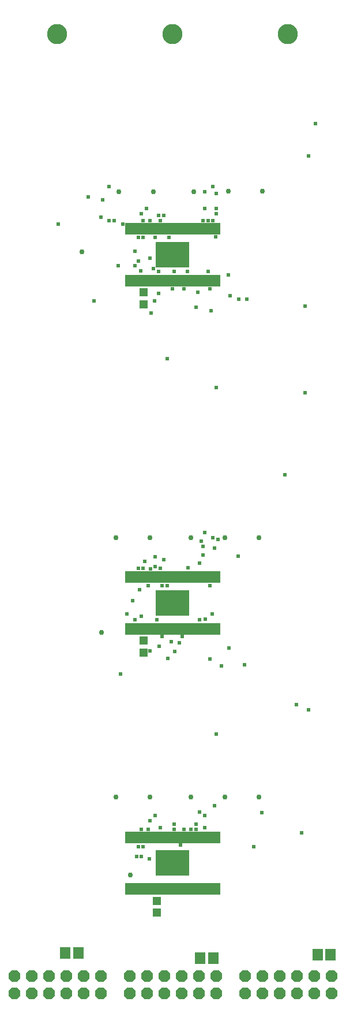
<source format=gbr>
G04 EAGLE Gerber RS-274X export*
G75*
%MOMM*%
%FSLAX34Y34*%
%LPD*%
%INSoldermask Bottom*%
%IPPOS*%
%AMOC8*
5,1,8,0,0,1.08239X$1,22.5*%
G01*
%ADD10C,2.954019*%
%ADD11R,0.503200X1.678200*%
%ADD12R,4.903200X3.813200*%
%ADD13P,1.869504X8X22.500000*%
%ADD14R,1.203200X1.303200*%
%ADD15R,1.503200X1.703200*%
%ADD16C,0.603200*%
%ADD17C,1.353200*%
%ADD18C,0.753200*%


D10*
X83820Y-31750D03*
X253153Y-31750D03*
X422487Y-31750D03*
D11*
X185653Y-317120D03*
X190653Y-317120D03*
X195653Y-317120D03*
X200653Y-317120D03*
X205653Y-317120D03*
X210653Y-317120D03*
X215653Y-317120D03*
X220653Y-317120D03*
X225653Y-317120D03*
X230653Y-317120D03*
X235653Y-317120D03*
X240653Y-317120D03*
X245653Y-317120D03*
X250653Y-317120D03*
X255653Y-317120D03*
X260653Y-317120D03*
X265653Y-317120D03*
X270653Y-317120D03*
X275653Y-317120D03*
X280653Y-317120D03*
X285653Y-317120D03*
X290653Y-317120D03*
X295653Y-317120D03*
X300653Y-317120D03*
X305653Y-317120D03*
X310653Y-317120D03*
X315653Y-317120D03*
X320653Y-317120D03*
X320653Y-392880D03*
X315653Y-392880D03*
X310653Y-392880D03*
X305653Y-392880D03*
X300653Y-392880D03*
X295653Y-392880D03*
X290653Y-392880D03*
X285653Y-392880D03*
X280653Y-392880D03*
X275653Y-392880D03*
X270653Y-392880D03*
X265653Y-392880D03*
X260653Y-392880D03*
X255653Y-392880D03*
X250653Y-392880D03*
X245653Y-392880D03*
X240653Y-392880D03*
X235653Y-392880D03*
X230653Y-392880D03*
X225653Y-392880D03*
X220653Y-392880D03*
X215653Y-392880D03*
X210653Y-392880D03*
X205653Y-392880D03*
X200653Y-392880D03*
X195653Y-392880D03*
X190653Y-392880D03*
X185653Y-392880D03*
D12*
X253153Y-355000D03*
D11*
X185653Y-827620D03*
X190653Y-827620D03*
X195653Y-827620D03*
X200653Y-827620D03*
X205653Y-827620D03*
X210653Y-827620D03*
X215653Y-827620D03*
X220653Y-827620D03*
X225653Y-827620D03*
X230653Y-827620D03*
X235653Y-827620D03*
X240653Y-827620D03*
X245653Y-827620D03*
X250653Y-827620D03*
X255653Y-827620D03*
X260653Y-827620D03*
X265653Y-827620D03*
X270653Y-827620D03*
X275653Y-827620D03*
X280653Y-827620D03*
X285653Y-827620D03*
X290653Y-827620D03*
X295653Y-827620D03*
X300653Y-827620D03*
X305653Y-827620D03*
X310653Y-827620D03*
X315653Y-827620D03*
X320653Y-827620D03*
X320653Y-903380D03*
X315653Y-903380D03*
X310653Y-903380D03*
X305653Y-903380D03*
X300653Y-903380D03*
X295653Y-903380D03*
X290653Y-903380D03*
X285653Y-903380D03*
X280653Y-903380D03*
X275653Y-903380D03*
X270653Y-903380D03*
X265653Y-903380D03*
X260653Y-903380D03*
X255653Y-903380D03*
X250653Y-903380D03*
X245653Y-903380D03*
X240653Y-903380D03*
X235653Y-903380D03*
X230653Y-903380D03*
X225653Y-903380D03*
X220653Y-903380D03*
X215653Y-903380D03*
X210653Y-903380D03*
X205653Y-903380D03*
X200653Y-903380D03*
X195653Y-903380D03*
X190653Y-903380D03*
X185653Y-903380D03*
D12*
X253153Y-865500D03*
D11*
X185653Y-1208953D03*
X190653Y-1208953D03*
X195653Y-1208953D03*
X200653Y-1208953D03*
X205653Y-1208953D03*
X210653Y-1208953D03*
X215653Y-1208953D03*
X220653Y-1208953D03*
X225653Y-1208953D03*
X230653Y-1208953D03*
X235653Y-1208953D03*
X240653Y-1208953D03*
X245653Y-1208953D03*
X250653Y-1208953D03*
X255653Y-1208953D03*
X260653Y-1208953D03*
X265653Y-1208953D03*
X270653Y-1208953D03*
X275653Y-1208953D03*
X280653Y-1208953D03*
X285653Y-1208953D03*
X290653Y-1208953D03*
X295653Y-1208953D03*
X300653Y-1208953D03*
X305653Y-1208953D03*
X310653Y-1208953D03*
X315653Y-1208953D03*
X320653Y-1208953D03*
X320653Y-1284713D03*
X315653Y-1284713D03*
X310653Y-1284713D03*
X305653Y-1284713D03*
X300653Y-1284713D03*
X295653Y-1284713D03*
X290653Y-1284713D03*
X285653Y-1284713D03*
X280653Y-1284713D03*
X275653Y-1284713D03*
X270653Y-1284713D03*
X265653Y-1284713D03*
X260653Y-1284713D03*
X255653Y-1284713D03*
X250653Y-1284713D03*
X245653Y-1284713D03*
X240653Y-1284713D03*
X235653Y-1284713D03*
X230653Y-1284713D03*
X225653Y-1284713D03*
X220653Y-1284713D03*
X215653Y-1284713D03*
X210653Y-1284713D03*
X205653Y-1284713D03*
X200653Y-1284713D03*
X195653Y-1284713D03*
X190653Y-1284713D03*
X185653Y-1284713D03*
D12*
X253153Y-1246833D03*
D13*
X21167Y-1437700D03*
X46567Y-1437700D03*
X71967Y-1437700D03*
X97367Y-1437700D03*
X122767Y-1437700D03*
X148167Y-1437700D03*
X21167Y-1412300D03*
X46567Y-1412300D03*
X71967Y-1412300D03*
X97367Y-1412300D03*
X122767Y-1412300D03*
X148167Y-1412300D03*
D14*
X210333Y-921006D03*
X210333Y-938006D03*
X230333Y-1302500D03*
X230333Y-1319500D03*
D15*
X95500Y-1379000D03*
X114500Y-1379000D03*
D14*
X210333Y-410500D03*
X210333Y-427500D03*
D13*
X190500Y-1437700D03*
X215900Y-1437700D03*
X241300Y-1437700D03*
X266700Y-1437700D03*
X292100Y-1437700D03*
X317500Y-1437700D03*
X190500Y-1412300D03*
X215900Y-1412300D03*
X241300Y-1412300D03*
X266700Y-1412300D03*
X292100Y-1412300D03*
X317500Y-1412300D03*
X359833Y-1437700D03*
X385233Y-1437700D03*
X410633Y-1437700D03*
X436033Y-1437700D03*
X461433Y-1437700D03*
X486833Y-1437700D03*
X359833Y-1412300D03*
X385233Y-1412300D03*
X410633Y-1412300D03*
X436033Y-1412300D03*
X461433Y-1412300D03*
X486833Y-1412300D03*
D15*
X293692Y-1386044D03*
X312692Y-1386044D03*
X466109Y-1381080D03*
X485109Y-1381080D03*
D16*
X210333Y-410500D03*
X210333Y-921006D03*
X230333Y-1302500D03*
D17*
X95500Y-1379000D03*
X293692Y-1386044D03*
X466109Y-1381080D03*
D18*
X330000Y-1150000D03*
X385000Y-262000D03*
X380000Y-770000D03*
X380000Y-1150000D03*
D16*
X150000Y-275000D03*
X160000Y-305000D03*
X202500Y-330000D03*
X129000Y-270500D03*
X147500Y-300000D03*
X220000Y-305000D03*
X160000Y-255000D03*
X180000Y-310000D03*
X210000Y-330000D03*
X85000Y-310000D03*
X167500Y-305000D03*
X210000Y-305000D03*
X197500Y-350000D03*
X232500Y-297500D03*
X227500Y-330000D03*
X235000Y-305000D03*
X240000Y-297500D03*
X207500Y-295000D03*
X247500Y-330000D03*
X215000Y-287500D03*
X312500Y-255000D03*
X300000Y-262500D03*
X317500Y-265000D03*
X137500Y-422500D03*
X173000Y-371000D03*
X197500Y-371000D03*
X205900Y-379100D03*
X203000Y-364500D03*
X221500Y-440500D03*
X220000Y-360500D03*
X225000Y-375000D03*
X226500Y-423000D03*
X232500Y-380000D03*
X232500Y-412000D03*
X245000Y-507500D03*
X255000Y-380000D03*
X252500Y-405000D03*
X287500Y-432500D03*
X270000Y-405000D03*
X275000Y-380000D03*
X317500Y-550000D03*
X310000Y-437500D03*
X335000Y-385000D03*
X447500Y-430000D03*
X337500Y-415000D03*
X305000Y-380000D03*
X447500Y-557500D03*
X290000Y-410000D03*
X307500Y-405000D03*
X350000Y-420000D03*
X362500Y-420000D03*
X317500Y-295000D03*
X300000Y-287500D03*
X317500Y-287500D03*
X452500Y-210000D03*
X297500Y-305000D03*
X462500Y-162500D03*
X305000Y-305000D03*
X312500Y-305000D03*
X316000Y-328500D03*
X202500Y-815000D03*
X204500Y-846000D03*
X210000Y-815000D03*
X227500Y-812500D03*
X217500Y-840000D03*
X221100Y-815600D03*
X235000Y-815000D03*
X237500Y-840000D03*
X245000Y-840000D03*
X212500Y-805000D03*
X240000Y-802500D03*
X227500Y-797500D03*
X300000Y-762500D03*
X295000Y-775000D03*
X297500Y-782500D03*
X197500Y-890000D03*
X186000Y-881500D03*
X207500Y-885000D03*
X194500Y-862500D03*
X219500Y-935500D03*
X176511Y-969563D03*
X233500Y-929000D03*
X230000Y-890000D03*
X237500Y-915000D03*
X245718Y-946958D03*
X250784Y-922631D03*
X256000Y-936500D03*
X263000Y-924000D03*
X267500Y-915000D03*
X292500Y-890000D03*
X317500Y-1057500D03*
X307500Y-947500D03*
X325000Y-957500D03*
X359000Y-956000D03*
X336000Y-931500D03*
X301000Y-889000D03*
X311000Y-882000D03*
X435000Y-1015000D03*
X452500Y-1022500D03*
X275800Y-814300D03*
X297500Y-795000D03*
X292500Y-807500D03*
X312500Y-770000D03*
X418000Y-677500D03*
X320000Y-772500D03*
X307500Y-840000D03*
X349000Y-797000D03*
X315000Y-785000D03*
X202500Y-1222500D03*
X210000Y-1222500D03*
X207500Y-1197500D03*
X207500Y-1237500D03*
X217500Y-1197500D03*
X200000Y-1237500D03*
X220000Y-1185000D03*
X235000Y-1195000D03*
X227500Y-1177500D03*
X219000Y-1240500D03*
X255000Y-1190000D03*
X255600Y-1197400D03*
X315000Y-1162500D03*
X300000Y-1177500D03*
X265000Y-1220000D03*
X287500Y-1190000D03*
X280000Y-1197500D03*
X287500Y-1197500D03*
X442500Y-1202500D03*
X300000Y-1195000D03*
X384500Y-1173000D03*
X270000Y-1197500D03*
X292500Y-1172500D03*
X372500Y-1222500D03*
D18*
X335000Y-262000D03*
X330000Y-770000D03*
X120000Y-351000D03*
X224653Y-263053D03*
X284000Y-262500D03*
X149000Y-909000D03*
X220000Y-770000D03*
X280000Y-770000D03*
X190647Y-1264087D03*
X280000Y-1150000D03*
X220000Y-1150000D03*
X174533Y-262933D03*
X170000Y-770000D03*
X170000Y-1150000D03*
M02*

</source>
